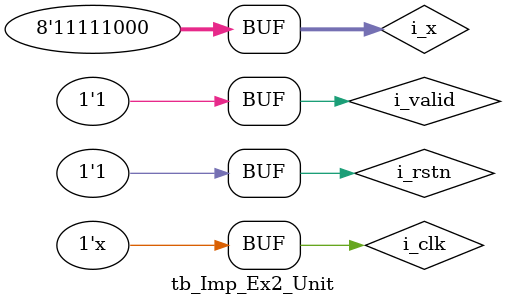
<source format=v>
module tb_Imp_Ex2_Unit ();
	reg 				i_clk;
	reg					i_rstn;
	reg					i_valid;
	reg	 signed	[7:0]	i_x;

	wire				o_Ex2_done;
	wire signed	[15:0]	o_Ex2;

	
	always #5 i_clk = ~i_clk;

	Imp_Ex2_Unit u_Imp_Ex2_Unit (
		.i_clk(i_clk),
        .i_rstn(i_rstn),
        .i_valid(i_valid), 
        .i_x(i_x),
        .o_Ex2_done(o_Ex2_done),
        .o_Ex2(o_Ex2)
    );
			

	initial
	begin
		i_clk = 1'd0;	i_rstn = 1'd0;	i_valid = 1'd0;		
		#1 i_rstn = 1'd1;	#1 i_rstn = 1'd0; 	#2 i_rstn = 1'd1;
		
		#5 i_valid = 1'd1;	
		
		
		#10 i_x = -8'sd1;
		#10 i_x = -8'sd2; 	
		#10 i_x = -8'sd3;	
		#10 i_x = -8'sd4;	
		#10 i_x = -8'sd5;			
		#10 i_x = -8'sd6;	
		#10 i_x = -8'sd7;			
		#10 i_x = -8'sd8;	



	end

endmodule


</source>
